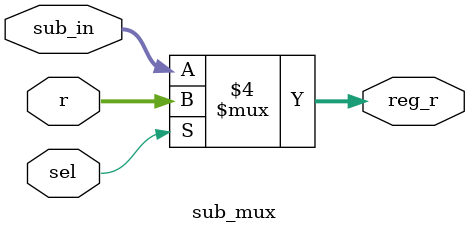
<source format=v>
`timescale 1ns / 1ps
module sub_mux(r, sub_in, sel, reg_r);
    input [15:0] r;
    input [15:0] sub_in;
    input sel;
    output reg [15:0] reg_r;
    
    always @(*)
    begin
        if (sel == 1) // negative case
        begin
            reg_r = r;
        end
        else // positive case
        begin
            reg_r = sub_in[15:0];
        end
    end
endmodule

</source>
